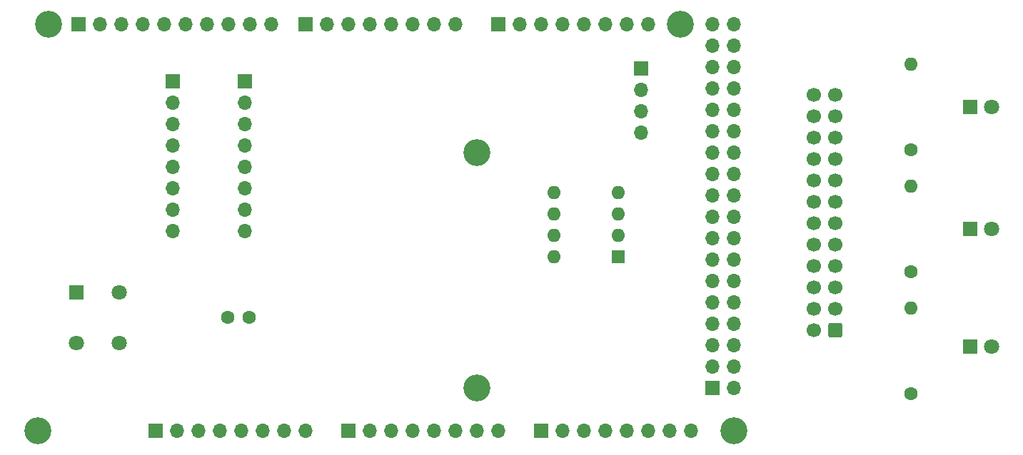
<source format=gbr>
%TF.GenerationSoftware,KiCad,Pcbnew,8.0.3*%
%TF.CreationDate,2024-07-07T09:09:28+10:00*%
%TF.ProjectId,sd-card-shield,73642d63-6172-4642-9d73-6869656c642e,rev?*%
%TF.SameCoordinates,Original*%
%TF.FileFunction,Soldermask,Bot*%
%TF.FilePolarity,Negative*%
%FSLAX46Y46*%
G04 Gerber Fmt 4.6, Leading zero omitted, Abs format (unit mm)*
G04 Created by KiCad (PCBNEW 8.0.3) date 2024-07-07 09:09:28*
%MOMM*%
%LPD*%
G01*
G04 APERTURE LIST*
G04 Aperture macros list*
%AMRoundRect*
0 Rectangle with rounded corners*
0 $1 Rounding radius*
0 $2 $3 $4 $5 $6 $7 $8 $9 X,Y pos of 4 corners*
0 Add a 4 corners polygon primitive as box body*
4,1,4,$2,$3,$4,$5,$6,$7,$8,$9,$2,$3,0*
0 Add four circle primitives for the rounded corners*
1,1,$1+$1,$2,$3*
1,1,$1+$1,$4,$5*
1,1,$1+$1,$6,$7*
1,1,$1+$1,$8,$9*
0 Add four rect primitives between the rounded corners*
20,1,$1+$1,$2,$3,$4,$5,0*
20,1,$1+$1,$4,$5,$6,$7,0*
20,1,$1+$1,$6,$7,$8,$9,0*
20,1,$1+$1,$8,$9,$2,$3,0*%
G04 Aperture macros list end*
%ADD10R,1.700000X1.700000*%
%ADD11O,1.700000X1.700000*%
%ADD12C,1.600000*%
%ADD13O,1.600000X1.600000*%
%ADD14C,3.200000*%
%ADD15R,1.800000X1.800000*%
%ADD16C,1.800000*%
%ADD17C,1.700000*%
%ADD18RoundRect,0.250000X0.600000X0.600000X-0.600000X0.600000X-0.600000X-0.600000X0.600000X-0.600000X0*%
%ADD19R,1.600000X1.600000*%
G04 APERTURE END LIST*
D10*
%TO.C,J4*%
X185500000Y-54500000D03*
D11*
X185500000Y-57040000D03*
X185500000Y-59580000D03*
X185500000Y-62120000D03*
%TD*%
D10*
%TO.C,P1*%
X193980000Y-92380000D03*
D11*
X196520000Y-92380000D03*
X193980000Y-89840000D03*
X196520000Y-89840000D03*
X193980000Y-87300000D03*
X196520000Y-87300000D03*
X193980000Y-84760000D03*
X196520000Y-84760000D03*
X193980000Y-82220000D03*
X196520000Y-82220000D03*
X193980000Y-79680000D03*
X196520000Y-79680000D03*
X193980000Y-77140000D03*
X196520000Y-77140000D03*
X193980000Y-74600000D03*
X196520000Y-74600000D03*
X193980000Y-72060000D03*
X196520000Y-72060000D03*
X193980000Y-69520000D03*
X196520000Y-69520000D03*
X193980000Y-66980000D03*
X196520000Y-66980000D03*
X193980000Y-64440000D03*
X196520000Y-64440000D03*
X193980000Y-61900000D03*
X196520000Y-61900000D03*
X193980000Y-59360000D03*
X196520000Y-59360000D03*
X193980000Y-56820000D03*
X196520000Y-56820000D03*
X193980000Y-54280000D03*
X196520000Y-54280000D03*
X193980000Y-51740000D03*
X196520000Y-51740000D03*
X193980000Y-49200000D03*
X196520000Y-49200000D03*
%TD*%
D10*
%TO.C,P2*%
X127940000Y-97460000D03*
D11*
X130480000Y-97460000D03*
X133020000Y-97460000D03*
X135560000Y-97460000D03*
X138100000Y-97460000D03*
X140640000Y-97460000D03*
X143180000Y-97460000D03*
X145720000Y-97460000D03*
%TD*%
D10*
%TO.C,P3*%
X150800000Y-97460000D03*
D11*
X153340000Y-97460000D03*
X155880000Y-97460000D03*
X158420000Y-97460000D03*
X160960000Y-97460000D03*
X163500000Y-97460000D03*
X166040000Y-97460000D03*
X168580000Y-97460000D03*
%TD*%
D10*
%TO.C,P4*%
X173660000Y-97460000D03*
D11*
X176200000Y-97460000D03*
X178740000Y-97460000D03*
X181280000Y-97460000D03*
X183820000Y-97460000D03*
X186360000Y-97460000D03*
X188900000Y-97460000D03*
X191440000Y-97460000D03*
%TD*%
D10*
%TO.C,P5*%
X118796000Y-49200000D03*
D11*
X121336000Y-49200000D03*
X123876000Y-49200000D03*
X126416000Y-49200000D03*
X128956000Y-49200000D03*
X131496000Y-49200000D03*
X134036000Y-49200000D03*
X136576000Y-49200000D03*
X139116000Y-49200000D03*
X141656000Y-49200000D03*
%TD*%
D10*
%TO.C,P6*%
X145720000Y-49200000D03*
D11*
X148260000Y-49200000D03*
X150800000Y-49200000D03*
X153340000Y-49200000D03*
X155880000Y-49200000D03*
X158420000Y-49200000D03*
X160960000Y-49200000D03*
X163500000Y-49200000D03*
%TD*%
D10*
%TO.C,P7*%
X168580000Y-49200000D03*
D11*
X171120000Y-49200000D03*
X173660000Y-49200000D03*
X176200000Y-49200000D03*
X178740000Y-49200000D03*
X181280000Y-49200000D03*
X183820000Y-49200000D03*
X186360000Y-49200000D03*
%TD*%
D12*
%TO.C,R3*%
X217500000Y-64080000D03*
D13*
X217500000Y-53920000D03*
%TD*%
D12*
%TO.C,R1*%
X217500000Y-93080000D03*
D13*
X217500000Y-82920000D03*
%TD*%
D10*
%TO.C,J1*%
X130000000Y-56000000D03*
D11*
X130000000Y-58540000D03*
X130000000Y-61080000D03*
X130000000Y-63620000D03*
X130000000Y-66160000D03*
X130000000Y-68700000D03*
X130000000Y-71240000D03*
X130000000Y-73780000D03*
%TD*%
D14*
%TO.C,MH6*%
X196520000Y-97460000D03*
%TD*%
D15*
%TO.C,SW2*%
X118577500Y-81077500D03*
D16*
X123577500Y-81077500D03*
X118577500Y-87077500D03*
X123577500Y-87077500D03*
%TD*%
D15*
%TO.C,LED1*%
X224500000Y-87500000D03*
D16*
X227040000Y-87500000D03*
%TD*%
D17*
%TO.C,J3*%
X205960000Y-57560000D03*
X208500000Y-57560000D03*
X205960000Y-60100000D03*
X208500000Y-60100000D03*
X205960000Y-62640000D03*
X208500000Y-62640000D03*
X205960000Y-65180000D03*
X208500000Y-65180000D03*
X205960000Y-67720000D03*
X208500000Y-67720000D03*
X205960000Y-70260000D03*
X208500000Y-70260000D03*
X205960000Y-72800000D03*
X208500000Y-72800000D03*
X205960000Y-75340000D03*
X208500000Y-75340000D03*
X205960000Y-77880000D03*
X208500000Y-77880000D03*
X205960000Y-80420000D03*
X208500000Y-80420000D03*
X205960000Y-82960000D03*
X208500000Y-82960000D03*
X205960000Y-85500000D03*
D18*
X208500000Y-85500000D03*
%TD*%
D14*
%TO.C,MH1*%
X115240000Y-49200000D03*
%TD*%
D12*
%TO.C,C1*%
X136500000Y-84000000D03*
X139000000Y-84000000D03*
%TD*%
D10*
%TO.C,J2*%
X138500000Y-56000000D03*
D11*
X138500000Y-58540000D03*
X138500000Y-61080000D03*
X138500000Y-63620000D03*
X138500000Y-66160000D03*
X138500000Y-68700000D03*
X138500000Y-71240000D03*
X138500000Y-73780000D03*
%TD*%
D19*
%TO.C,SW1*%
X182767500Y-76800000D03*
D13*
X182767500Y-74260000D03*
X182767500Y-71720000D03*
X182767500Y-69180000D03*
X175147500Y-69180000D03*
X175147500Y-71720000D03*
X175147500Y-74260000D03*
X175147500Y-76800000D03*
%TD*%
D12*
%TO.C,R2*%
X217500000Y-78580000D03*
D13*
X217500000Y-68420000D03*
%TD*%
D15*
%TO.C,LED3*%
X224500000Y-59000000D03*
D16*
X227040000Y-59000000D03*
%TD*%
D15*
%TO.C,LED2*%
X224500000Y-73500000D03*
D16*
X227040000Y-73500000D03*
%TD*%
D14*
%TO.C,MH2*%
X113970000Y-97460000D03*
%TD*%
%TO.C,MH3*%
X166040000Y-64440000D03*
%TD*%
%TO.C,MH4*%
X166040000Y-92380000D03*
%TD*%
%TO.C,MH5*%
X190170000Y-49200000D03*
%TD*%
M02*

</source>
